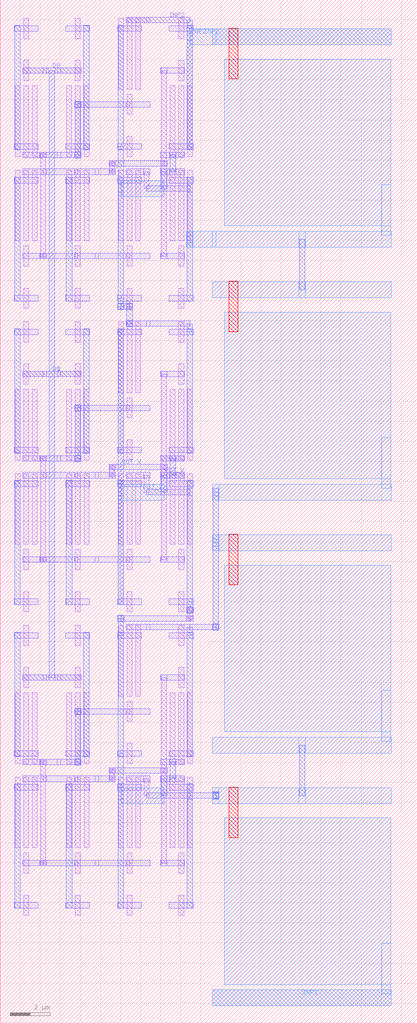
<source format=lef>
MACRO TWO_BIT_RES_DAC
  ORIGIN 0 0 ;
  FOREIGN TWO_BIT_RES_DAC 0 0 ;
  SIZE 20.8 BY 50.99 ;
  PIN D0
    DIRECTION INOUT ;
    USE SIGNAL ;
    PORT 
      LAYER M2 ;
        RECT 1.12 17.08 2.32 17.36 ;
      LAYER M2 ;
        RECT 2.84 17.08 4.04 17.36 ;
      LAYER M2 ;
        RECT 2.15 17.08 3.01 17.36 ;
      LAYER M2 ;
        RECT 1.12 47.32 2.32 47.6 ;
      LAYER M2 ;
        RECT 2.84 47.32 4.04 47.6 ;
      LAYER M2 ;
        RECT 2.15 47.32 3.01 47.6 ;
      LAYER M2 ;
        RECT 2.42 17.08 2.74 17.36 ;
      LAYER M3 ;
        RECT 2.44 17.22 2.72 47.46 ;
      LAYER M2 ;
        RECT 2.42 47.32 2.74 47.6 ;
    END
  END D0
  PIN INP2
    DIRECTION INOUT ;
    USE SIGNAL ;
    PORT 
      LAYER M3 ;
        RECT 9.32 43.52 9.6 49.72 ;
      LAYER M2 ;
        RECT 6.28 49.84 7.48 50.12 ;
      LAYER M3 ;
        RECT 9.32 49.56 9.6 49.98 ;
      LAYER M2 ;
        RECT 7.31 49.84 9.46 50.12 ;
      LAYER M4 ;
        RECT 10.585 48.74 19.515 49.54 ;
      LAYER M3 ;
        RECT 9.32 48.955 9.6 49.325 ;
      LAYER M4 ;
        RECT 9.46 48.74 10.75 49.54 ;
    END
  END INP2
  PIN D1
    DIRECTION INOUT ;
    USE SIGNAL ;
    PORT 
      LAYER M2 ;
        RECT 1.12 32.2 2.32 32.48 ;
      LAYER M2 ;
        RECT 2.84 32.2 4.04 32.48 ;
      LAYER M2 ;
        RECT 2.15 32.2 3.01 32.48 ;
    END
  END D1
  PIN OUT_V
    DIRECTION INOUT ;
    USE SIGNAL ;
    PORT 
      LAYER M3 ;
        RECT 5.88 20.84 6.16 27.04 ;
      LAYER M2 ;
        RECT 8 27.16 9.2 27.44 ;
      LAYER M2 ;
        RECT 8 28 9.2 28.28 ;
      LAYER M2 ;
        RECT 8.44 27.16 8.76 27.44 ;
      LAYER M3 ;
        RECT 8.46 27.3 8.74 28.14 ;
      LAYER M2 ;
        RECT 8.44 28 8.76 28.28 ;
      LAYER M3 ;
        RECT 5.88 28.4 6.16 34.6 ;
      LAYER M3 ;
        RECT 5.88 26.275 6.16 26.645 ;
      LAYER M4 ;
        RECT 6.02 26.06 8.17 26.86 ;
      LAYER M3 ;
        RECT 8.03 26.46 8.31 27.3 ;
      LAYER M2 ;
        RECT 8.01 27.16 8.33 27.44 ;
      LAYER M3 ;
        RECT 5.88 26.88 6.16 28.56 ;
    END
  END OUT_V
  PIN INP1
    DIRECTION INOUT ;
    USE SIGNAL ;
    PORT 
      LAYER M4 ;
        RECT 10.585 0.86 19.515 1.66 ;
    END
  END INP1
  OBS 
  LAYER M3 ;
        RECT 9.32 35.96 9.6 42.16 ;
  LAYER M2 ;
        RECT 6.28 42.28 7.48 42.56 ;
  LAYER M3 ;
        RECT 9.32 41.395 9.6 41.765 ;
  LAYER M2 ;
        RECT 7.31 41.44 9.46 41.72 ;
  LAYER M1 ;
        RECT 7.185 41.58 7.435 42.42 ;
  LAYER M2 ;
        RECT 7.15 42.28 7.47 42.56 ;
  LAYER M4 ;
        RECT 10.585 36.14 19.515 36.94 ;
  LAYER M4 ;
        RECT 10.585 38.66 19.515 39.46 ;
  LAYER M4 ;
        RECT 14.885 36.14 15.215 36.94 ;
  LAYER M3 ;
        RECT 14.91 36.54 15.19 39.06 ;
  LAYER M4 ;
        RECT 14.885 38.66 15.215 39.46 ;
  LAYER M3 ;
        RECT 9.32 38.875 9.6 39.245 ;
  LAYER M4 ;
        RECT 9.46 38.66 10.75 39.46 ;
  LAYER M3 ;
        RECT 9.32 38.875 9.6 39.245 ;
  LAYER M4 ;
        RECT 9.295 38.66 9.625 39.46 ;
  LAYER M3 ;
        RECT 9.32 38.875 9.6 39.245 ;
  LAYER M4 ;
        RECT 9.295 38.66 9.625 39.46 ;
  LAYER M3 ;
        RECT 9.32 28.4 9.6 34.6 ;
  LAYER M2 ;
        RECT 6.28 34.72 7.48 35 ;
  LAYER M3 ;
        RECT 9.32 34.44 9.6 34.86 ;
  LAYER M2 ;
        RECT 7.31 34.72 9.46 35 ;
  LAYER M3 ;
        RECT 5.88 35.96 6.16 42.16 ;
  LAYER M2 ;
        RECT 8 42.28 9.2 42.56 ;
  LAYER M2 ;
        RECT 8 43.12 9.2 43.4 ;
  LAYER M2 ;
        RECT 8.44 42.28 8.76 42.56 ;
  LAYER M3 ;
        RECT 8.46 42.42 8.74 43.26 ;
  LAYER M2 ;
        RECT 8.44 43.12 8.76 43.4 ;
  LAYER M3 ;
        RECT 5.88 43.52 6.16 49.72 ;
  LAYER M3 ;
        RECT 5.88 41.395 6.16 41.765 ;
  LAYER M4 ;
        RECT 6.02 41.18 8.17 41.98 ;
  LAYER M3 ;
        RECT 8.03 41.58 8.31 42.42 ;
  LAYER M2 ;
        RECT 8.01 42.28 8.33 42.56 ;
  LAYER M3 ;
        RECT 5.88 42 6.16 43.68 ;
  LAYER M2 ;
        RECT 6.29 34.72 6.61 35 ;
  LAYER M3 ;
        RECT 6.31 34.86 6.59 35.7 ;
  LAYER M2 ;
        RECT 6.02 35.56 6.45 35.84 ;
  LAYER M3 ;
        RECT 5.88 35.7 6.16 36.12 ;
  LAYER M2 ;
        RECT 5.86 35.56 6.18 35.84 ;
  LAYER M3 ;
        RECT 5.88 35.54 6.16 35.86 ;
  LAYER M2 ;
        RECT 6.29 34.72 6.61 35 ;
  LAYER M3 ;
        RECT 6.31 34.7 6.59 35.02 ;
  LAYER M2 ;
        RECT 6.29 35.56 6.61 35.84 ;
  LAYER M3 ;
        RECT 6.31 35.54 6.59 35.86 ;
  LAYER M2 ;
        RECT 5.86 35.56 6.18 35.84 ;
  LAYER M3 ;
        RECT 5.88 35.54 6.16 35.86 ;
  LAYER M2 ;
        RECT 6.29 34.72 6.61 35 ;
  LAYER M3 ;
        RECT 6.31 34.7 6.59 35.02 ;
  LAYER M2 ;
        RECT 6.29 35.56 6.61 35.84 ;
  LAYER M3 ;
        RECT 6.31 35.54 6.59 35.86 ;
  LAYER M3 ;
        RECT 9.32 5.72 9.6 11.92 ;
  LAYER M2 ;
        RECT 6.28 12.04 7.48 12.32 ;
  LAYER M3 ;
        RECT 9.32 11.155 9.6 11.525 ;
  LAYER M2 ;
        RECT 7.31 11.2 9.46 11.48 ;
  LAYER M1 ;
        RECT 7.185 11.34 7.435 12.18 ;
  LAYER M2 ;
        RECT 7.15 12.04 7.47 12.32 ;
  LAYER M4 ;
        RECT 10.585 10.94 19.515 11.74 ;
  LAYER M4 ;
        RECT 10.585 13.46 19.515 14.26 ;
  LAYER M4 ;
        RECT 14.885 10.94 15.215 11.74 ;
  LAYER M3 ;
        RECT 14.91 11.34 15.19 13.86 ;
  LAYER M4 ;
        RECT 14.885 13.46 15.215 14.26 ;
  LAYER M2 ;
        RECT 9.46 11.2 10.75 11.48 ;
  LAYER M3 ;
        RECT 10.61 11.219 10.89 11.461 ;
  LAYER M4 ;
        RECT 10.585 10.94 10.915 11.74 ;
  LAYER M2 ;
        RECT 10.59 11.2 10.91 11.48 ;
  LAYER M3 ;
        RECT 10.61 11.18 10.89 11.5 ;
  LAYER M3 ;
        RECT 10.61 11.155 10.89 11.525 ;
  LAYER M4 ;
        RECT 10.585 10.94 10.915 11.74 ;
  LAYER M3 ;
        RECT 9.32 13.28 9.6 19.48 ;
  LAYER M2 ;
        RECT 6.28 19.6 7.48 19.88 ;
  LAYER M3 ;
        RECT 9.32 19.32 9.6 19.74 ;
  LAYER M2 ;
        RECT 7.31 19.6 9.46 19.88 ;
  LAYER M4 ;
        RECT 10.585 23.54 19.515 24.34 ;
  LAYER M4 ;
        RECT 10.585 26.06 19.515 26.86 ;
  LAYER M2 ;
        RECT 9.46 19.6 10.75 19.88 ;
  LAYER M3 ;
        RECT 10.61 19.74 10.89 23.94 ;
  LAYER M4 ;
        RECT 10.585 23.54 10.915 24.34 ;
  LAYER M3 ;
        RECT 10.61 23.94 10.89 26.46 ;
  LAYER M4 ;
        RECT 10.585 26.06 10.915 26.86 ;
  LAYER M2 ;
        RECT 10.59 19.6 10.91 19.88 ;
  LAYER M3 ;
        RECT 10.61 19.58 10.89 19.9 ;
  LAYER M3 ;
        RECT 10.61 23.755 10.89 24.125 ;
  LAYER M4 ;
        RECT 10.585 23.54 10.915 24.34 ;
  LAYER M2 ;
        RECT 10.59 19.6 10.91 19.88 ;
  LAYER M3 ;
        RECT 10.61 19.58 10.89 19.9 ;
  LAYER M3 ;
        RECT 10.61 23.755 10.89 24.125 ;
  LAYER M4 ;
        RECT 10.585 23.54 10.915 24.34 ;
  LAYER M2 ;
        RECT 10.59 19.6 10.91 19.88 ;
  LAYER M3 ;
        RECT 10.61 19.58 10.89 19.9 ;
  LAYER M3 ;
        RECT 10.61 23.755 10.89 24.125 ;
  LAYER M4 ;
        RECT 10.585 23.54 10.915 24.34 ;
  LAYER M3 ;
        RECT 10.61 26.275 10.89 26.645 ;
  LAYER M4 ;
        RECT 10.585 26.06 10.915 26.86 ;
  LAYER M2 ;
        RECT 10.59 19.6 10.91 19.88 ;
  LAYER M3 ;
        RECT 10.61 19.58 10.89 19.9 ;
  LAYER M3 ;
        RECT 10.61 23.755 10.89 24.125 ;
  LAYER M4 ;
        RECT 10.585 23.54 10.915 24.34 ;
  LAYER M3 ;
        RECT 10.61 26.275 10.89 26.645 ;
  LAYER M4 ;
        RECT 10.585 26.06 10.915 26.86 ;
  LAYER M3 ;
        RECT 5.88 5.72 6.16 11.92 ;
  LAYER M2 ;
        RECT 8 12.04 9.2 12.32 ;
  LAYER M2 ;
        RECT 8 12.88 9.2 13.16 ;
  LAYER M2 ;
        RECT 8.44 12.04 8.76 12.32 ;
  LAYER M3 ;
        RECT 8.46 12.18 8.74 13.02 ;
  LAYER M2 ;
        RECT 8.44 12.88 8.76 13.16 ;
  LAYER M3 ;
        RECT 5.88 13.28 6.16 19.48 ;
  LAYER M3 ;
        RECT 5.88 11.155 6.16 11.525 ;
  LAYER M4 ;
        RECT 6.02 10.94 8.17 11.74 ;
  LAYER M3 ;
        RECT 8.03 11.34 8.31 12.18 ;
  LAYER M2 ;
        RECT 8.01 12.04 8.33 12.32 ;
  LAYER M3 ;
        RECT 5.88 11.76 6.16 13.44 ;
  LAYER M3 ;
        RECT 9.32 20.84 9.6 27.04 ;
  LAYER M2 ;
        RECT 6.28 27.16 7.48 27.44 ;
  LAYER M3 ;
        RECT 9.32 26.275 9.6 26.645 ;
  LAYER M2 ;
        RECT 7.31 26.32 9.46 26.6 ;
  LAYER M1 ;
        RECT 7.185 26.46 7.435 27.3 ;
  LAYER M2 ;
        RECT 7.15 27.16 7.47 27.44 ;
  LAYER M3 ;
        RECT 5.88 19.32 6.16 20.16 ;
  LAYER M2 ;
        RECT 6.02 20.02 9.46 20.3 ;
  LAYER M1 ;
        RECT 9.335 20.16 9.585 20.58 ;
  LAYER M2 ;
        RECT 9.311 20.44 9.609 20.72 ;
  LAYER M3 ;
        RECT 9.32 20.58 9.6 21 ;
  LAYER M1 ;
        RECT 9.335 20.075 9.585 20.245 ;
  LAYER M2 ;
        RECT 9.29 20.02 9.63 20.3 ;
  LAYER M1 ;
        RECT 9.335 20.495 9.585 20.665 ;
  LAYER M2 ;
        RECT 9.29 20.44 9.63 20.72 ;
  LAYER M2 ;
        RECT 5.86 20.02 6.18 20.3 ;
  LAYER M3 ;
        RECT 5.88 20 6.16 20.32 ;
  LAYER M2 ;
        RECT 9.3 20.44 9.62 20.72 ;
  LAYER M3 ;
        RECT 9.32 20.42 9.6 20.74 ;
  LAYER M1 ;
        RECT 9.335 20.075 9.585 20.245 ;
  LAYER M2 ;
        RECT 9.29 20.02 9.63 20.3 ;
  LAYER M2 ;
        RECT 5.86 20.02 6.18 20.3 ;
  LAYER M3 ;
        RECT 5.88 20 6.16 20.32 ;
  LAYER M2 ;
        RECT 1.12 42.28 2.32 42.56 ;
  LAYER M2 ;
        RECT 3.7 42.28 4.9 42.56 ;
  LAYER M2 ;
        RECT 8 38.08 9.2 38.36 ;
  LAYER M2 ;
        RECT 8 47.32 9.2 47.6 ;
  LAYER M2 ;
        RECT 8.01 38.08 8.33 38.36 ;
  LAYER M1 ;
        RECT 8.045 38.22 8.295 47.46 ;
  LAYER M2 ;
        RECT 8.01 47.32 8.33 47.6 ;
  LAYER M2 ;
        RECT 2.15 42.28 3.87 42.56 ;
  LAYER M2 ;
        RECT 4.73 42.28 5.59 42.56 ;
  LAYER M1 ;
        RECT 5.465 42.42 5.715 42.84 ;
  LAYER M2 ;
        RECT 5.59 42.7 8.17 42.98 ;
  LAYER M1 ;
        RECT 8.045 42.755 8.295 42.925 ;
  LAYER M1 ;
        RECT 5.465 42.335 5.715 42.505 ;
  LAYER M2 ;
        RECT 5.42 42.28 5.76 42.56 ;
  LAYER M1 ;
        RECT 5.465 42.755 5.715 42.925 ;
  LAYER M2 ;
        RECT 5.42 42.7 5.76 42.98 ;
  LAYER M1 ;
        RECT 8.045 42.755 8.295 42.925 ;
  LAYER M2 ;
        RECT 8 42.7 8.34 42.98 ;
  LAYER M1 ;
        RECT 5.465 42.335 5.715 42.505 ;
  LAYER M2 ;
        RECT 5.42 42.28 5.76 42.56 ;
  LAYER M1 ;
        RECT 5.465 42.755 5.715 42.925 ;
  LAYER M2 ;
        RECT 5.42 42.7 5.76 42.98 ;
  LAYER M1 ;
        RECT 8.045 42.755 8.295 42.925 ;
  LAYER M2 ;
        RECT 8 42.7 8.34 42.98 ;
  LAYER M2 ;
        RECT 1.12 38.08 2.32 38.36 ;
  LAYER M2 ;
        RECT 3.7 38.08 4.9 38.36 ;
  LAYER M2 ;
        RECT 6.28 38.08 7.48 38.36 ;
  LAYER M2 ;
        RECT 1.12 43.12 2.32 43.4 ;
  LAYER M2 ;
        RECT 2.84 43.12 4.04 43.4 ;
  LAYER M2 ;
        RECT 6.28 45.64 7.48 45.92 ;
  LAYER M2 ;
        RECT 2.15 38.08 3.87 38.36 ;
  LAYER M2 ;
        RECT 4.73 38.08 6.45 38.36 ;
  LAYER M2 ;
        RECT 1.99 38.08 2.31 38.36 ;
  LAYER M1 ;
        RECT 2.025 38.22 2.275 43.26 ;
  LAYER M2 ;
        RECT 1.99 43.12 2.31 43.4 ;
  LAYER M2 ;
        RECT 2.15 43.12 3.01 43.4 ;
  LAYER M2 ;
        RECT 3.71 43.12 4.03 43.4 ;
  LAYER M3 ;
        RECT 3.73 43.26 4.01 45.78 ;
  LAYER M2 ;
        RECT 3.87 45.64 6.45 45.92 ;
  LAYER M1 ;
        RECT 2.025 38.135 2.275 38.305 ;
  LAYER M2 ;
        RECT 1.98 38.08 2.32 38.36 ;
  LAYER M1 ;
        RECT 2.025 43.175 2.275 43.345 ;
  LAYER M2 ;
        RECT 1.98 43.12 2.32 43.4 ;
  LAYER M1 ;
        RECT 2.025 38.135 2.275 38.305 ;
  LAYER M2 ;
        RECT 1.98 38.08 2.32 38.36 ;
  LAYER M1 ;
        RECT 2.025 43.175 2.275 43.345 ;
  LAYER M2 ;
        RECT 1.98 43.12 2.32 43.4 ;
  LAYER M1 ;
        RECT 2.025 38.135 2.275 38.305 ;
  LAYER M2 ;
        RECT 1.98 38.08 2.32 38.36 ;
  LAYER M1 ;
        RECT 2.025 43.175 2.275 43.345 ;
  LAYER M2 ;
        RECT 1.98 43.12 2.32 43.4 ;
  LAYER M1 ;
        RECT 2.025 38.135 2.275 38.305 ;
  LAYER M2 ;
        RECT 1.98 38.08 2.32 38.36 ;
  LAYER M1 ;
        RECT 2.025 43.175 2.275 43.345 ;
  LAYER M2 ;
        RECT 1.98 43.12 2.32 43.4 ;
  LAYER M1 ;
        RECT 2.025 38.135 2.275 38.305 ;
  LAYER M2 ;
        RECT 1.98 38.08 2.32 38.36 ;
  LAYER M1 ;
        RECT 2.025 43.175 2.275 43.345 ;
  LAYER M2 ;
        RECT 1.98 43.12 2.32 43.4 ;
  LAYER M2 ;
        RECT 3.71 43.12 4.03 43.4 ;
  LAYER M3 ;
        RECT 3.73 43.1 4.01 43.42 ;
  LAYER M2 ;
        RECT 3.71 45.64 4.03 45.92 ;
  LAYER M3 ;
        RECT 3.73 45.62 4.01 45.94 ;
  LAYER M1 ;
        RECT 2.025 38.135 2.275 38.305 ;
  LAYER M2 ;
        RECT 1.98 38.08 2.32 38.36 ;
  LAYER M1 ;
        RECT 2.025 43.175 2.275 43.345 ;
  LAYER M2 ;
        RECT 1.98 43.12 2.32 43.4 ;
  LAYER M2 ;
        RECT 3.71 43.12 4.03 43.4 ;
  LAYER M3 ;
        RECT 3.73 43.1 4.01 43.42 ;
  LAYER M2 ;
        RECT 3.71 45.64 4.03 45.92 ;
  LAYER M3 ;
        RECT 3.73 45.62 4.01 45.94 ;
  LAYER M1 ;
        RECT 8.905 43.175 9.155 46.705 ;
  LAYER M1 ;
        RECT 8.905 46.955 9.155 47.965 ;
  LAYER M1 ;
        RECT 8.905 49.055 9.155 50.065 ;
  LAYER M1 ;
        RECT 8.475 43.175 8.725 46.705 ;
  LAYER M1 ;
        RECT 9.335 43.175 9.585 46.705 ;
  LAYER M2 ;
        RECT 8.43 49.42 9.63 49.7 ;
  LAYER M2 ;
        RECT 8.43 43.54 9.63 43.82 ;
  LAYER M2 ;
        RECT 8 43.12 9.2 43.4 ;
  LAYER M2 ;
        RECT 8 47.32 9.2 47.6 ;
  LAYER M3 ;
        RECT 9.32 43.52 9.6 49.72 ;
  LAYER M1 ;
        RECT 8.905 38.975 9.155 42.505 ;
  LAYER M1 ;
        RECT 8.905 37.715 9.155 38.725 ;
  LAYER M1 ;
        RECT 8.905 35.615 9.155 36.625 ;
  LAYER M1 ;
        RECT 8.475 38.975 8.725 42.505 ;
  LAYER M1 ;
        RECT 9.335 38.975 9.585 42.505 ;
  LAYER M2 ;
        RECT 8.43 35.98 9.63 36.26 ;
  LAYER M2 ;
        RECT 8.43 41.86 9.63 42.14 ;
  LAYER M2 ;
        RECT 8 42.28 9.2 42.56 ;
  LAYER M2 ;
        RECT 8 38.08 9.2 38.36 ;
  LAYER M3 ;
        RECT 9.32 35.96 9.6 42.16 ;
  LAYER M1 ;
        RECT 1.165 43.175 1.415 46.705 ;
  LAYER M1 ;
        RECT 1.165 46.955 1.415 47.965 ;
  LAYER M1 ;
        RECT 1.165 49.055 1.415 50.065 ;
  LAYER M1 ;
        RECT 1.595 43.175 1.845 46.705 ;
  LAYER M1 ;
        RECT 0.735 43.175 0.985 46.705 ;
  LAYER M2 ;
        RECT 0.69 49.42 1.89 49.7 ;
  LAYER M2 ;
        RECT 0.69 43.54 1.89 43.82 ;
  LAYER M2 ;
        RECT 1.12 43.12 2.32 43.4 ;
  LAYER M2 ;
        RECT 1.12 47.32 2.32 47.6 ;
  LAYER M3 ;
        RECT 0.72 43.52 1 49.72 ;
  LAYER M1 ;
        RECT 3.745 38.975 3.995 42.505 ;
  LAYER M1 ;
        RECT 3.745 37.715 3.995 38.725 ;
  LAYER M1 ;
        RECT 3.745 35.615 3.995 36.625 ;
  LAYER M1 ;
        RECT 4.175 38.975 4.425 42.505 ;
  LAYER M1 ;
        RECT 3.315 38.975 3.565 42.505 ;
  LAYER M2 ;
        RECT 3.27 35.98 4.47 36.26 ;
  LAYER M2 ;
        RECT 3.27 41.86 4.47 42.14 ;
  LAYER M2 ;
        RECT 3.7 42.28 4.9 42.56 ;
  LAYER M2 ;
        RECT 3.7 38.08 4.9 38.36 ;
  LAYER M3 ;
        RECT 3.3 35.96 3.58 42.16 ;
  LAYER M1 ;
        RECT 6.325 38.975 6.575 42.505 ;
  LAYER M1 ;
        RECT 6.325 37.715 6.575 38.725 ;
  LAYER M1 ;
        RECT 6.325 35.615 6.575 36.625 ;
  LAYER M1 ;
        RECT 6.755 38.975 7.005 42.505 ;
  LAYER M1 ;
        RECT 5.895 38.975 6.145 42.505 ;
  LAYER M2 ;
        RECT 5.85 35.98 7.05 36.26 ;
  LAYER M2 ;
        RECT 5.85 41.86 7.05 42.14 ;
  LAYER M2 ;
        RECT 6.28 42.28 7.48 42.56 ;
  LAYER M2 ;
        RECT 6.28 38.08 7.48 38.36 ;
  LAYER M3 ;
        RECT 5.88 35.96 6.16 42.16 ;
  LAYER M1 ;
        RECT 3.745 43.175 3.995 46.705 ;
  LAYER M1 ;
        RECT 3.745 46.955 3.995 47.965 ;
  LAYER M1 ;
        RECT 3.745 49.055 3.995 50.065 ;
  LAYER M1 ;
        RECT 3.315 43.175 3.565 46.705 ;
  LAYER M1 ;
        RECT 4.175 43.175 4.425 46.705 ;
  LAYER M2 ;
        RECT 3.27 49.42 4.47 49.7 ;
  LAYER M2 ;
        RECT 3.27 43.54 4.47 43.82 ;
  LAYER M2 ;
        RECT 2.84 43.12 4.04 43.4 ;
  LAYER M2 ;
        RECT 2.84 47.32 4.04 47.6 ;
  LAYER M3 ;
        RECT 4.16 43.52 4.44 49.72 ;
  LAYER M1 ;
        RECT 1.165 38.975 1.415 42.505 ;
  LAYER M1 ;
        RECT 1.165 37.715 1.415 38.725 ;
  LAYER M1 ;
        RECT 1.165 35.615 1.415 36.625 ;
  LAYER M1 ;
        RECT 1.595 38.975 1.845 42.505 ;
  LAYER M1 ;
        RECT 0.735 38.975 0.985 42.505 ;
  LAYER M2 ;
        RECT 0.69 35.98 1.89 36.26 ;
  LAYER M2 ;
        RECT 0.69 41.86 1.89 42.14 ;
  LAYER M2 ;
        RECT 1.12 42.28 2.32 42.56 ;
  LAYER M2 ;
        RECT 1.12 38.08 2.32 38.36 ;
  LAYER M3 ;
        RECT 0.72 35.96 1 42.16 ;
  LAYER M1 ;
        RECT 6.325 46.535 6.575 50.065 ;
  LAYER M1 ;
        RECT 6.325 45.275 6.575 46.285 ;
  LAYER M1 ;
        RECT 6.325 43.175 6.575 44.185 ;
  LAYER M1 ;
        RECT 6.755 46.535 7.005 50.065 ;
  LAYER M1 ;
        RECT 5.895 46.535 6.145 50.065 ;
  LAYER M2 ;
        RECT 5.85 43.54 7.05 43.82 ;
  LAYER M2 ;
        RECT 5.85 49.42 7.05 49.7 ;
  LAYER M2 ;
        RECT 6.28 49.84 7.48 50.12 ;
  LAYER M2 ;
        RECT 6.28 45.64 7.48 45.92 ;
  LAYER M3 ;
        RECT 5.88 43.52 6.16 49.72 ;
  LAYER M2 ;
        RECT 1.12 12.04 2.32 12.32 ;
  LAYER M2 ;
        RECT 3.7 12.04 4.9 12.32 ;
  LAYER M2 ;
        RECT 8 7.84 9.2 8.12 ;
  LAYER M2 ;
        RECT 8 17.08 9.2 17.36 ;
  LAYER M2 ;
        RECT 8.01 7.84 8.33 8.12 ;
  LAYER M1 ;
        RECT 8.045 7.98 8.295 17.22 ;
  LAYER M2 ;
        RECT 8.01 17.08 8.33 17.36 ;
  LAYER M2 ;
        RECT 2.15 12.04 3.87 12.32 ;
  LAYER M2 ;
        RECT 4.73 12.04 5.59 12.32 ;
  LAYER M1 ;
        RECT 5.465 12.18 5.715 12.6 ;
  LAYER M2 ;
        RECT 5.59 12.46 8.17 12.74 ;
  LAYER M1 ;
        RECT 8.045 12.515 8.295 12.685 ;
  LAYER M1 ;
        RECT 5.465 12.095 5.715 12.265 ;
  LAYER M2 ;
        RECT 5.42 12.04 5.76 12.32 ;
  LAYER M1 ;
        RECT 5.465 12.515 5.715 12.685 ;
  LAYER M2 ;
        RECT 5.42 12.46 5.76 12.74 ;
  LAYER M1 ;
        RECT 8.045 12.515 8.295 12.685 ;
  LAYER M2 ;
        RECT 8 12.46 8.34 12.74 ;
  LAYER M1 ;
        RECT 5.465 12.095 5.715 12.265 ;
  LAYER M2 ;
        RECT 5.42 12.04 5.76 12.32 ;
  LAYER M1 ;
        RECT 5.465 12.515 5.715 12.685 ;
  LAYER M2 ;
        RECT 5.42 12.46 5.76 12.74 ;
  LAYER M1 ;
        RECT 8.045 12.515 8.295 12.685 ;
  LAYER M2 ;
        RECT 8 12.46 8.34 12.74 ;
  LAYER M2 ;
        RECT 1.12 7.84 2.32 8.12 ;
  LAYER M2 ;
        RECT 3.7 7.84 4.9 8.12 ;
  LAYER M2 ;
        RECT 6.28 7.84 7.48 8.12 ;
  LAYER M2 ;
        RECT 1.12 12.88 2.32 13.16 ;
  LAYER M2 ;
        RECT 2.84 12.88 4.04 13.16 ;
  LAYER M2 ;
        RECT 6.28 15.4 7.48 15.68 ;
  LAYER M2 ;
        RECT 2.15 7.84 3.87 8.12 ;
  LAYER M2 ;
        RECT 4.73 7.84 6.45 8.12 ;
  LAYER M2 ;
        RECT 1.99 7.84 2.31 8.12 ;
  LAYER M1 ;
        RECT 2.025 7.98 2.275 13.02 ;
  LAYER M2 ;
        RECT 1.99 12.88 2.31 13.16 ;
  LAYER M2 ;
        RECT 2.15 12.88 3.01 13.16 ;
  LAYER M2 ;
        RECT 3.71 12.88 4.03 13.16 ;
  LAYER M3 ;
        RECT 3.73 13.02 4.01 15.54 ;
  LAYER M2 ;
        RECT 3.87 15.4 6.45 15.68 ;
  LAYER M1 ;
        RECT 2.025 7.895 2.275 8.065 ;
  LAYER M2 ;
        RECT 1.98 7.84 2.32 8.12 ;
  LAYER M1 ;
        RECT 2.025 12.935 2.275 13.105 ;
  LAYER M2 ;
        RECT 1.98 12.88 2.32 13.16 ;
  LAYER M1 ;
        RECT 2.025 7.895 2.275 8.065 ;
  LAYER M2 ;
        RECT 1.98 7.84 2.32 8.12 ;
  LAYER M1 ;
        RECT 2.025 12.935 2.275 13.105 ;
  LAYER M2 ;
        RECT 1.98 12.88 2.32 13.16 ;
  LAYER M1 ;
        RECT 2.025 7.895 2.275 8.065 ;
  LAYER M2 ;
        RECT 1.98 7.84 2.32 8.12 ;
  LAYER M1 ;
        RECT 2.025 12.935 2.275 13.105 ;
  LAYER M2 ;
        RECT 1.98 12.88 2.32 13.16 ;
  LAYER M1 ;
        RECT 2.025 7.895 2.275 8.065 ;
  LAYER M2 ;
        RECT 1.98 7.84 2.32 8.12 ;
  LAYER M1 ;
        RECT 2.025 12.935 2.275 13.105 ;
  LAYER M2 ;
        RECT 1.98 12.88 2.32 13.16 ;
  LAYER M1 ;
        RECT 2.025 7.895 2.275 8.065 ;
  LAYER M2 ;
        RECT 1.98 7.84 2.32 8.12 ;
  LAYER M1 ;
        RECT 2.025 12.935 2.275 13.105 ;
  LAYER M2 ;
        RECT 1.98 12.88 2.32 13.16 ;
  LAYER M2 ;
        RECT 3.71 12.88 4.03 13.16 ;
  LAYER M3 ;
        RECT 3.73 12.86 4.01 13.18 ;
  LAYER M2 ;
        RECT 3.71 15.4 4.03 15.68 ;
  LAYER M3 ;
        RECT 3.73 15.38 4.01 15.7 ;
  LAYER M1 ;
        RECT 2.025 7.895 2.275 8.065 ;
  LAYER M2 ;
        RECT 1.98 7.84 2.32 8.12 ;
  LAYER M1 ;
        RECT 2.025 12.935 2.275 13.105 ;
  LAYER M2 ;
        RECT 1.98 12.88 2.32 13.16 ;
  LAYER M2 ;
        RECT 3.71 12.88 4.03 13.16 ;
  LAYER M3 ;
        RECT 3.73 12.86 4.01 13.18 ;
  LAYER M2 ;
        RECT 3.71 15.4 4.03 15.68 ;
  LAYER M3 ;
        RECT 3.73 15.38 4.01 15.7 ;
  LAYER M1 ;
        RECT 8.905 12.935 9.155 16.465 ;
  LAYER M1 ;
        RECT 8.905 16.715 9.155 17.725 ;
  LAYER M1 ;
        RECT 8.905 18.815 9.155 19.825 ;
  LAYER M1 ;
        RECT 8.475 12.935 8.725 16.465 ;
  LAYER M1 ;
        RECT 9.335 12.935 9.585 16.465 ;
  LAYER M2 ;
        RECT 8.43 19.18 9.63 19.46 ;
  LAYER M2 ;
        RECT 8.43 13.3 9.63 13.58 ;
  LAYER M2 ;
        RECT 8 12.88 9.2 13.16 ;
  LAYER M2 ;
        RECT 8 17.08 9.2 17.36 ;
  LAYER M3 ;
        RECT 9.32 13.28 9.6 19.48 ;
  LAYER M1 ;
        RECT 8.905 8.735 9.155 12.265 ;
  LAYER M1 ;
        RECT 8.905 7.475 9.155 8.485 ;
  LAYER M1 ;
        RECT 8.905 5.375 9.155 6.385 ;
  LAYER M1 ;
        RECT 8.475 8.735 8.725 12.265 ;
  LAYER M1 ;
        RECT 9.335 8.735 9.585 12.265 ;
  LAYER M2 ;
        RECT 8.43 5.74 9.63 6.02 ;
  LAYER M2 ;
        RECT 8.43 11.62 9.63 11.9 ;
  LAYER M2 ;
        RECT 8 12.04 9.2 12.32 ;
  LAYER M2 ;
        RECT 8 7.84 9.2 8.12 ;
  LAYER M3 ;
        RECT 9.32 5.72 9.6 11.92 ;
  LAYER M1 ;
        RECT 1.165 12.935 1.415 16.465 ;
  LAYER M1 ;
        RECT 1.165 16.715 1.415 17.725 ;
  LAYER M1 ;
        RECT 1.165 18.815 1.415 19.825 ;
  LAYER M1 ;
        RECT 1.595 12.935 1.845 16.465 ;
  LAYER M1 ;
        RECT 0.735 12.935 0.985 16.465 ;
  LAYER M2 ;
        RECT 0.69 19.18 1.89 19.46 ;
  LAYER M2 ;
        RECT 0.69 13.3 1.89 13.58 ;
  LAYER M2 ;
        RECT 1.12 12.88 2.32 13.16 ;
  LAYER M2 ;
        RECT 1.12 17.08 2.32 17.36 ;
  LAYER M3 ;
        RECT 0.72 13.28 1 19.48 ;
  LAYER M1 ;
        RECT 3.745 8.735 3.995 12.265 ;
  LAYER M1 ;
        RECT 3.745 7.475 3.995 8.485 ;
  LAYER M1 ;
        RECT 3.745 5.375 3.995 6.385 ;
  LAYER M1 ;
        RECT 4.175 8.735 4.425 12.265 ;
  LAYER M1 ;
        RECT 3.315 8.735 3.565 12.265 ;
  LAYER M2 ;
        RECT 3.27 5.74 4.47 6.02 ;
  LAYER M2 ;
        RECT 3.27 11.62 4.47 11.9 ;
  LAYER M2 ;
        RECT 3.7 12.04 4.9 12.32 ;
  LAYER M2 ;
        RECT 3.7 7.84 4.9 8.12 ;
  LAYER M3 ;
        RECT 3.3 5.72 3.58 11.92 ;
  LAYER M1 ;
        RECT 6.325 8.735 6.575 12.265 ;
  LAYER M1 ;
        RECT 6.325 7.475 6.575 8.485 ;
  LAYER M1 ;
        RECT 6.325 5.375 6.575 6.385 ;
  LAYER M1 ;
        RECT 6.755 8.735 7.005 12.265 ;
  LAYER M1 ;
        RECT 5.895 8.735 6.145 12.265 ;
  LAYER M2 ;
        RECT 5.85 5.74 7.05 6.02 ;
  LAYER M2 ;
        RECT 5.85 11.62 7.05 11.9 ;
  LAYER M2 ;
        RECT 6.28 12.04 7.48 12.32 ;
  LAYER M2 ;
        RECT 6.28 7.84 7.48 8.12 ;
  LAYER M3 ;
        RECT 5.88 5.72 6.16 11.92 ;
  LAYER M1 ;
        RECT 3.745 12.935 3.995 16.465 ;
  LAYER M1 ;
        RECT 3.745 16.715 3.995 17.725 ;
  LAYER M1 ;
        RECT 3.745 18.815 3.995 19.825 ;
  LAYER M1 ;
        RECT 3.315 12.935 3.565 16.465 ;
  LAYER M1 ;
        RECT 4.175 12.935 4.425 16.465 ;
  LAYER M2 ;
        RECT 3.27 19.18 4.47 19.46 ;
  LAYER M2 ;
        RECT 3.27 13.3 4.47 13.58 ;
  LAYER M2 ;
        RECT 2.84 12.88 4.04 13.16 ;
  LAYER M2 ;
        RECT 2.84 17.08 4.04 17.36 ;
  LAYER M3 ;
        RECT 4.16 13.28 4.44 19.48 ;
  LAYER M1 ;
        RECT 1.165 8.735 1.415 12.265 ;
  LAYER M1 ;
        RECT 1.165 7.475 1.415 8.485 ;
  LAYER M1 ;
        RECT 1.165 5.375 1.415 6.385 ;
  LAYER M1 ;
        RECT 1.595 8.735 1.845 12.265 ;
  LAYER M1 ;
        RECT 0.735 8.735 0.985 12.265 ;
  LAYER M2 ;
        RECT 0.69 5.74 1.89 6.02 ;
  LAYER M2 ;
        RECT 0.69 11.62 1.89 11.9 ;
  LAYER M2 ;
        RECT 1.12 12.04 2.32 12.32 ;
  LAYER M2 ;
        RECT 1.12 7.84 2.32 8.12 ;
  LAYER M3 ;
        RECT 0.72 5.72 1 11.92 ;
  LAYER M1 ;
        RECT 6.325 16.295 6.575 19.825 ;
  LAYER M1 ;
        RECT 6.325 15.035 6.575 16.045 ;
  LAYER M1 ;
        RECT 6.325 12.935 6.575 13.945 ;
  LAYER M1 ;
        RECT 6.755 16.295 7.005 19.825 ;
  LAYER M1 ;
        RECT 5.895 16.295 6.145 19.825 ;
  LAYER M2 ;
        RECT 5.85 13.3 7.05 13.58 ;
  LAYER M2 ;
        RECT 5.85 19.18 7.05 19.46 ;
  LAYER M2 ;
        RECT 6.28 19.6 7.48 19.88 ;
  LAYER M2 ;
        RECT 6.28 15.4 7.48 15.68 ;
  LAYER M3 ;
        RECT 5.88 13.28 6.16 19.48 ;
  LAYER M2 ;
        RECT 1.12 27.16 2.32 27.44 ;
  LAYER M2 ;
        RECT 3.7 27.16 4.9 27.44 ;
  LAYER M2 ;
        RECT 8 22.96 9.2 23.24 ;
  LAYER M2 ;
        RECT 8 32.2 9.2 32.48 ;
  LAYER M2 ;
        RECT 8.01 22.96 8.33 23.24 ;
  LAYER M1 ;
        RECT 8.045 23.1 8.295 32.34 ;
  LAYER M2 ;
        RECT 8.01 32.2 8.33 32.48 ;
  LAYER M2 ;
        RECT 2.15 27.16 3.87 27.44 ;
  LAYER M2 ;
        RECT 4.73 27.16 5.59 27.44 ;
  LAYER M1 ;
        RECT 5.465 27.3 5.715 27.72 ;
  LAYER M2 ;
        RECT 5.59 27.58 8.17 27.86 ;
  LAYER M1 ;
        RECT 8.045 27.635 8.295 27.805 ;
  LAYER M1 ;
        RECT 5.465 27.215 5.715 27.385 ;
  LAYER M2 ;
        RECT 5.42 27.16 5.76 27.44 ;
  LAYER M1 ;
        RECT 5.465 27.635 5.715 27.805 ;
  LAYER M2 ;
        RECT 5.42 27.58 5.76 27.86 ;
  LAYER M1 ;
        RECT 8.045 27.635 8.295 27.805 ;
  LAYER M2 ;
        RECT 8 27.58 8.34 27.86 ;
  LAYER M1 ;
        RECT 5.465 27.215 5.715 27.385 ;
  LAYER M2 ;
        RECT 5.42 27.16 5.76 27.44 ;
  LAYER M1 ;
        RECT 5.465 27.635 5.715 27.805 ;
  LAYER M2 ;
        RECT 5.42 27.58 5.76 27.86 ;
  LAYER M1 ;
        RECT 8.045 27.635 8.295 27.805 ;
  LAYER M2 ;
        RECT 8 27.58 8.34 27.86 ;
  LAYER M2 ;
        RECT 1.12 22.96 2.32 23.24 ;
  LAYER M2 ;
        RECT 3.7 22.96 4.9 23.24 ;
  LAYER M2 ;
        RECT 6.28 22.96 7.48 23.24 ;
  LAYER M2 ;
        RECT 1.12 28 2.32 28.28 ;
  LAYER M2 ;
        RECT 2.84 28 4.04 28.28 ;
  LAYER M2 ;
        RECT 6.28 30.52 7.48 30.8 ;
  LAYER M2 ;
        RECT 2.15 22.96 3.87 23.24 ;
  LAYER M2 ;
        RECT 4.73 22.96 6.45 23.24 ;
  LAYER M2 ;
        RECT 1.99 22.96 2.31 23.24 ;
  LAYER M1 ;
        RECT 2.025 23.1 2.275 28.14 ;
  LAYER M2 ;
        RECT 1.99 28 2.31 28.28 ;
  LAYER M2 ;
        RECT 2.15 28 3.01 28.28 ;
  LAYER M2 ;
        RECT 3.71 28 4.03 28.28 ;
  LAYER M3 ;
        RECT 3.73 28.14 4.01 30.66 ;
  LAYER M2 ;
        RECT 3.87 30.52 6.45 30.8 ;
  LAYER M1 ;
        RECT 2.025 23.015 2.275 23.185 ;
  LAYER M2 ;
        RECT 1.98 22.96 2.32 23.24 ;
  LAYER M1 ;
        RECT 2.025 28.055 2.275 28.225 ;
  LAYER M2 ;
        RECT 1.98 28 2.32 28.28 ;
  LAYER M1 ;
        RECT 2.025 23.015 2.275 23.185 ;
  LAYER M2 ;
        RECT 1.98 22.96 2.32 23.24 ;
  LAYER M1 ;
        RECT 2.025 28.055 2.275 28.225 ;
  LAYER M2 ;
        RECT 1.98 28 2.32 28.28 ;
  LAYER M1 ;
        RECT 2.025 23.015 2.275 23.185 ;
  LAYER M2 ;
        RECT 1.98 22.96 2.32 23.24 ;
  LAYER M1 ;
        RECT 2.025 28.055 2.275 28.225 ;
  LAYER M2 ;
        RECT 1.98 28 2.32 28.28 ;
  LAYER M1 ;
        RECT 2.025 23.015 2.275 23.185 ;
  LAYER M2 ;
        RECT 1.98 22.96 2.32 23.24 ;
  LAYER M1 ;
        RECT 2.025 28.055 2.275 28.225 ;
  LAYER M2 ;
        RECT 1.98 28 2.32 28.28 ;
  LAYER M1 ;
        RECT 2.025 23.015 2.275 23.185 ;
  LAYER M2 ;
        RECT 1.98 22.96 2.32 23.24 ;
  LAYER M1 ;
        RECT 2.025 28.055 2.275 28.225 ;
  LAYER M2 ;
        RECT 1.98 28 2.32 28.28 ;
  LAYER M2 ;
        RECT 3.71 28 4.03 28.28 ;
  LAYER M3 ;
        RECT 3.73 27.98 4.01 28.3 ;
  LAYER M2 ;
        RECT 3.71 30.52 4.03 30.8 ;
  LAYER M3 ;
        RECT 3.73 30.5 4.01 30.82 ;
  LAYER M1 ;
        RECT 2.025 23.015 2.275 23.185 ;
  LAYER M2 ;
        RECT 1.98 22.96 2.32 23.24 ;
  LAYER M1 ;
        RECT 2.025 28.055 2.275 28.225 ;
  LAYER M2 ;
        RECT 1.98 28 2.32 28.28 ;
  LAYER M2 ;
        RECT 3.71 28 4.03 28.28 ;
  LAYER M3 ;
        RECT 3.73 27.98 4.01 28.3 ;
  LAYER M2 ;
        RECT 3.71 30.52 4.03 30.8 ;
  LAYER M3 ;
        RECT 3.73 30.5 4.01 30.82 ;
  LAYER M1 ;
        RECT 8.905 28.055 9.155 31.585 ;
  LAYER M1 ;
        RECT 8.905 31.835 9.155 32.845 ;
  LAYER M1 ;
        RECT 8.905 33.935 9.155 34.945 ;
  LAYER M1 ;
        RECT 8.475 28.055 8.725 31.585 ;
  LAYER M1 ;
        RECT 9.335 28.055 9.585 31.585 ;
  LAYER M2 ;
        RECT 8.43 34.3 9.63 34.58 ;
  LAYER M2 ;
        RECT 8.43 28.42 9.63 28.7 ;
  LAYER M2 ;
        RECT 8 28 9.2 28.28 ;
  LAYER M2 ;
        RECT 8 32.2 9.2 32.48 ;
  LAYER M3 ;
        RECT 9.32 28.4 9.6 34.6 ;
  LAYER M1 ;
        RECT 8.905 23.855 9.155 27.385 ;
  LAYER M1 ;
        RECT 8.905 22.595 9.155 23.605 ;
  LAYER M1 ;
        RECT 8.905 20.495 9.155 21.505 ;
  LAYER M1 ;
        RECT 8.475 23.855 8.725 27.385 ;
  LAYER M1 ;
        RECT 9.335 23.855 9.585 27.385 ;
  LAYER M2 ;
        RECT 8.43 20.86 9.63 21.14 ;
  LAYER M2 ;
        RECT 8.43 26.74 9.63 27.02 ;
  LAYER M2 ;
        RECT 8 27.16 9.2 27.44 ;
  LAYER M2 ;
        RECT 8 22.96 9.2 23.24 ;
  LAYER M3 ;
        RECT 9.32 20.84 9.6 27.04 ;
  LAYER M1 ;
        RECT 1.165 28.055 1.415 31.585 ;
  LAYER M1 ;
        RECT 1.165 31.835 1.415 32.845 ;
  LAYER M1 ;
        RECT 1.165 33.935 1.415 34.945 ;
  LAYER M1 ;
        RECT 1.595 28.055 1.845 31.585 ;
  LAYER M1 ;
        RECT 0.735 28.055 0.985 31.585 ;
  LAYER M2 ;
        RECT 0.69 34.3 1.89 34.58 ;
  LAYER M2 ;
        RECT 0.69 28.42 1.89 28.7 ;
  LAYER M2 ;
        RECT 1.12 28 2.32 28.28 ;
  LAYER M2 ;
        RECT 1.12 32.2 2.32 32.48 ;
  LAYER M3 ;
        RECT 0.72 28.4 1 34.6 ;
  LAYER M1 ;
        RECT 3.745 23.855 3.995 27.385 ;
  LAYER M1 ;
        RECT 3.745 22.595 3.995 23.605 ;
  LAYER M1 ;
        RECT 3.745 20.495 3.995 21.505 ;
  LAYER M1 ;
        RECT 4.175 23.855 4.425 27.385 ;
  LAYER M1 ;
        RECT 3.315 23.855 3.565 27.385 ;
  LAYER M2 ;
        RECT 3.27 20.86 4.47 21.14 ;
  LAYER M2 ;
        RECT 3.27 26.74 4.47 27.02 ;
  LAYER M2 ;
        RECT 3.7 27.16 4.9 27.44 ;
  LAYER M2 ;
        RECT 3.7 22.96 4.9 23.24 ;
  LAYER M3 ;
        RECT 3.3 20.84 3.58 27.04 ;
  LAYER M1 ;
        RECT 6.325 23.855 6.575 27.385 ;
  LAYER M1 ;
        RECT 6.325 22.595 6.575 23.605 ;
  LAYER M1 ;
        RECT 6.325 20.495 6.575 21.505 ;
  LAYER M1 ;
        RECT 6.755 23.855 7.005 27.385 ;
  LAYER M1 ;
        RECT 5.895 23.855 6.145 27.385 ;
  LAYER M2 ;
        RECT 5.85 20.86 7.05 21.14 ;
  LAYER M2 ;
        RECT 5.85 26.74 7.05 27.02 ;
  LAYER M2 ;
        RECT 6.28 27.16 7.48 27.44 ;
  LAYER M2 ;
        RECT 6.28 22.96 7.48 23.24 ;
  LAYER M3 ;
        RECT 5.88 20.84 6.16 27.04 ;
  LAYER M1 ;
        RECT 3.745 28.055 3.995 31.585 ;
  LAYER M1 ;
        RECT 3.745 31.835 3.995 32.845 ;
  LAYER M1 ;
        RECT 3.745 33.935 3.995 34.945 ;
  LAYER M1 ;
        RECT 3.315 28.055 3.565 31.585 ;
  LAYER M1 ;
        RECT 4.175 28.055 4.425 31.585 ;
  LAYER M2 ;
        RECT 3.27 34.3 4.47 34.58 ;
  LAYER M2 ;
        RECT 3.27 28.42 4.47 28.7 ;
  LAYER M2 ;
        RECT 2.84 28 4.04 28.28 ;
  LAYER M2 ;
        RECT 2.84 32.2 4.04 32.48 ;
  LAYER M3 ;
        RECT 4.16 28.4 4.44 34.6 ;
  LAYER M1 ;
        RECT 1.165 23.855 1.415 27.385 ;
  LAYER M1 ;
        RECT 1.165 22.595 1.415 23.605 ;
  LAYER M1 ;
        RECT 1.165 20.495 1.415 21.505 ;
  LAYER M1 ;
        RECT 1.595 23.855 1.845 27.385 ;
  LAYER M1 ;
        RECT 0.735 23.855 0.985 27.385 ;
  LAYER M2 ;
        RECT 0.69 20.86 1.89 21.14 ;
  LAYER M2 ;
        RECT 0.69 26.74 1.89 27.02 ;
  LAYER M2 ;
        RECT 1.12 27.16 2.32 27.44 ;
  LAYER M2 ;
        RECT 1.12 22.96 2.32 23.24 ;
  LAYER M3 ;
        RECT 0.72 20.84 1 27.04 ;
  LAYER M1 ;
        RECT 6.325 31.415 6.575 34.945 ;
  LAYER M1 ;
        RECT 6.325 30.155 6.575 31.165 ;
  LAYER M1 ;
        RECT 6.325 28.055 6.575 29.065 ;
  LAYER M1 ;
        RECT 6.755 31.415 7.005 34.945 ;
  LAYER M1 ;
        RECT 5.895 31.415 6.145 34.945 ;
  LAYER M2 ;
        RECT 5.85 28.42 7.05 28.7 ;
  LAYER M2 ;
        RECT 5.85 34.3 7.05 34.58 ;
  LAYER M2 ;
        RECT 6.28 34.72 7.48 35 ;
  LAYER M2 ;
        RECT 6.28 30.52 7.48 30.8 ;
  LAYER M3 ;
        RECT 5.88 28.4 6.16 34.6 ;
  LAYER M4 ;
        RECT 11.18 1.93 19.48 10.23 ;
  LAYER M4 ;
        RECT 19.03 1.46 19.48 3.98 ;
  LAYER M5 ;
        RECT 11.405 9.25 11.855 11.77 ;
  LAYER M4 ;
        RECT 10.585 10.94 19.515 11.74 ;
  LAYER M4 ;
        RECT 10.585 0.86 19.515 1.66 ;
  LAYER M4 ;
        RECT 11.18 14.53 19.48 22.83 ;
  LAYER M4 ;
        RECT 19.03 14.06 19.48 16.58 ;
  LAYER M5 ;
        RECT 11.405 21.85 11.855 24.37 ;
  LAYER M4 ;
        RECT 10.585 23.54 19.515 24.34 ;
  LAYER M4 ;
        RECT 10.585 13.46 19.515 14.26 ;
  LAYER M4 ;
        RECT 11.18 27.13 19.48 35.43 ;
  LAYER M4 ;
        RECT 19.03 26.66 19.48 29.18 ;
  LAYER M5 ;
        RECT 11.405 34.45 11.855 36.97 ;
  LAYER M4 ;
        RECT 10.585 36.14 19.515 36.94 ;
  LAYER M4 ;
        RECT 10.585 26.06 19.515 26.86 ;
  LAYER M4 ;
        RECT 11.18 39.73 19.48 48.03 ;
  LAYER M4 ;
        RECT 19.03 39.26 19.48 41.78 ;
  LAYER M5 ;
        RECT 11.405 47.05 11.855 49.57 ;
  LAYER M4 ;
        RECT 10.585 48.74 19.515 49.54 ;
  LAYER M4 ;
        RECT 10.585 38.66 19.515 39.46 ;
  END 
END TWO_BIT_RES_DAC

</source>
